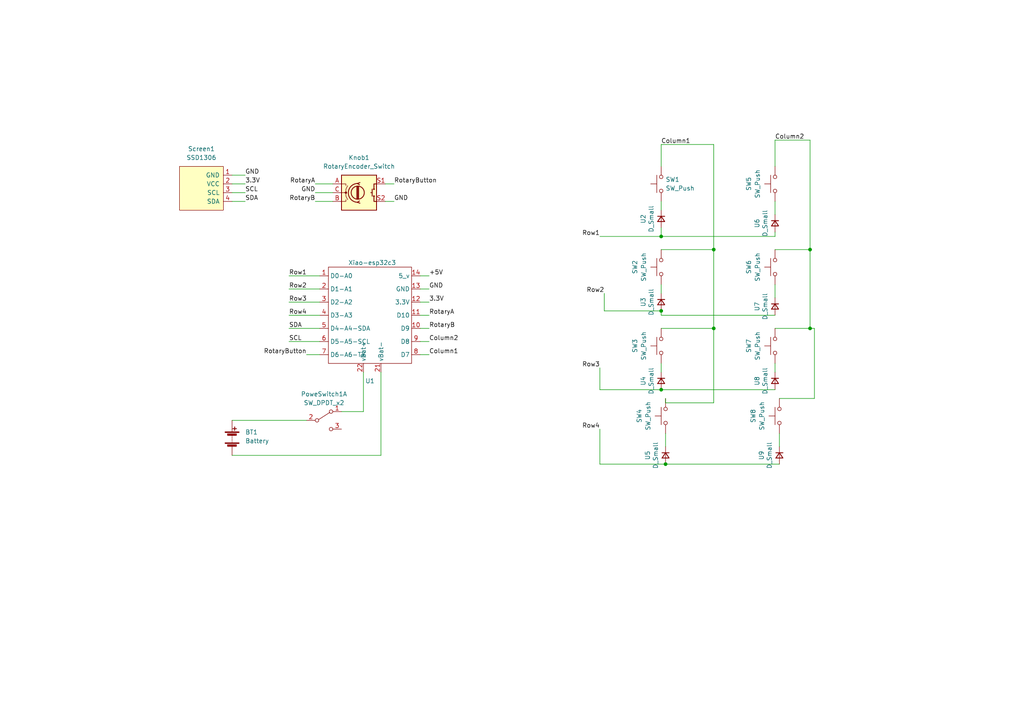
<source format=kicad_sch>
(kicad_sch (version 20230121) (generator eeschema)
  (paper "A4")
  (lib_symbols
    (symbol "Device:Battery" (pin_numbers hide) (pin_names (offset 0) hide)
      (property "Reference" "BT" (at 2.54 2.54 0))
      (property "Value" "Battery" (at 2.54 0 0))
      (symbol "Battery_0_1"
        (rectangle (start -2.032 -1.397) (end 2.032 -1.651) (fill (type outline)))
        (rectangle (start -2.032 1.778) (end 2.032 1.524) (fill (type outline)))
        (rectangle (start -1.3208 -1.9812) (end 1.27 -2.4892) (fill (type outline)))
        (rectangle (start -1.3208 1.1938) (end 1.27 0.6858) (fill (type outline)))
        (polyline (pts (xy 0 -1.524) (xy 0 -1.27)))
        (polyline (pts (xy 0 -1.016) (xy 0 -0.762)))
        (polyline (pts (xy 0 -0.508) (xy 0 -0.254)))
        (polyline (pts (xy 0 0) (xy 0 0.254)))
        (polyline (pts (xy 0 0.508) (xy 0 0.762)))
        (polyline (pts (xy 0 1.778) (xy 0 2.54)))
        (polyline (pts (xy 0.254 2.667) (xy 1.27 2.667)) (stroke (width 0.254)))
        (polyline (pts (xy 0.762 3.175) (xy 0.762 2.159)) (stroke (width 0.254)))
      )
      (symbol "Battery_1_1"
        (pin passive line (at 0 5.08 270) (length 2.54) (name "+") (number "1"))
        (pin passive line (at 0 -5.08 90) (length 2.54) (name "-") (number "2"))
      )
    )
    (symbol "Device:D_Small" (pin_numbers hide) (pin_names (offset 0.254) hide)
      (property "Reference" "D" (at -1.27 2.032 0))
      (property "Value" "D_Small" (at -3.81 -2.032 0))
      (symbol "D_Small_0_1"
        (polyline (pts (xy -0.762 -1.016) (xy -0.762 1.016)) (stroke (width 0.254)))
        (polyline (pts (xy -0.762 0) (xy 0.762 0)))
        (polyline (pts (xy 0.762 -1.016) (xy -0.762 0) (xy 0.762 1.016) (xy 0.762 -1.016)) (stroke (width 0.254)))
      )
      (symbol "D_Small_1_1"
        (pin passive line (at -2.54 0 0) (length 1.778) (name "K") (number "1"))
        (pin passive line (at 2.54 0 180) (length 1.778) (name "A") (number "2"))
      )
    )
    (symbol "Device:RotaryEncoder_Switch" (pin_names (offset 0.254) hide)
      (property "Reference" "SW" (at 0 6.604 0))
      (property "Value" "RotaryEncoder_Switch" (at 0 -6.604 0))
      (symbol "RotaryEncoder_Switch_0_1"
        (rectangle (start -5.08 5.08) (end 5.08 -5.08) (stroke (width 0.254)) (fill (type background)))
        (circle (center -3.81 0) (radius 0.254) (fill (type outline)))
        (circle (center -0.381 0) (radius 1.905) (stroke (width 0.254)))
        (arc (start -0.381 2.667) (mid -3.0988 -0.0635) (end -0.381 -2.794) (stroke (width 0.254)))
        (polyline (pts (xy -0.635 -1.778) (xy -0.635 1.778)) (stroke (width 0.254)))
        (polyline (pts (xy -0.381 -1.778) (xy -0.381 1.778)) (stroke (width 0.254)))
        (polyline (pts (xy -0.127 1.778) (xy -0.127 -1.778)) (stroke (width 0.254)))
        (polyline (pts (xy 3.81 0) (xy 3.429 0)) (stroke (width 0.254)))
        (polyline (pts (xy 3.81 1.016) (xy 3.81 -1.016)) (stroke (width 0.254)))
        (polyline (pts (xy -5.08 -2.54) (xy -3.81 -2.54) (xy -3.81 -2.032)))
        (polyline (pts (xy -5.08 2.54) (xy -3.81 2.54) (xy -3.81 2.032)))
        (polyline (pts (xy 0.254 -3.048) (xy -0.508 -2.794) (xy 0.127 -2.413)) (stroke (width 0.254)))
        (polyline (pts (xy 0.254 2.921) (xy -0.508 2.667) (xy 0.127 2.286)) (stroke (width 0.254)))
        (polyline (pts (xy 5.08 -2.54) (xy 4.318 -2.54) (xy 4.318 -1.016)) (stroke (width 0.254)))
        (polyline (pts (xy 5.08 2.54) (xy 4.318 2.54) (xy 4.318 1.016)) (stroke (width 0.254)))
        (polyline (pts (xy -5.08 0) (xy -3.81 0) (xy -3.81 -1.016) (xy -3.302 -2.032)))
        (polyline (pts (xy -4.318 0) (xy -3.81 0) (xy -3.81 1.016) (xy -3.302 2.032)))
        (circle (center 4.318 -1.016) (radius 0.127) (stroke (width 0.254)))
        (circle (center 4.318 1.016) (radius 0.127) (stroke (width 0.254)))
      )
      (symbol "RotaryEncoder_Switch_1_1"
        (pin passive line (at -7.62 2.54 0) (length 2.54) (name "A") (number "A"))
        (pin passive line (at -7.62 -2.54 0) (length 2.54) (name "B") (number "B"))
        (pin passive line (at -7.62 0 0) (length 2.54) (name "C") (number "C"))
        (pin passive line (at 7.62 2.54 180) (length 2.54) (name "S1") (number "S1"))
        (pin passive line (at 7.62 -2.54 180) (length 2.54) (name "S2") (number "S2"))
      )
    )
    (symbol "MySymbols:Xiao-esp32c3"
      (property "Reference" "U1" (at 0.635 -24.13 0))
      (property "Value" "Xiao-esp32c3" (at 1.27 10.16 0))
      (symbol "Xiao-esp32c3_0_1"
        (rectangle (start -11.43 8.89) (end 12.7 -19.05))
      )
      (symbol "Xiao-esp32c3_1_1"
        (pin output line (at -13.97 6.35 0) (length 2.54) (name "D0-A0") (number "1"))
        (pin output line (at 15.24 -8.89 180) (length 2.54) (name "D9") (number "10"))
        (pin output line (at 15.24 -5.08 180) (length 2.54) (name "D10") (number "11"))
        (pin power_out line (at 15.24 -1.27 180) (length 2.54) (name "3.3V") (number "12"))
        (pin power_in line (at 15.24 2.54 180) (length 2.54) (name "GND") (number "13"))
        (pin power_out line (at 15.24 6.35 180) (length 2.54) (name "5_v") (number "14"))
        (pin output line (at -13.97 2.54 0) (length 2.54) (name "D1-A1") (number "2"))
        (pin power_out line (at 3.81 -21.59 90) (length 2.54) (name "vBat-") (number "21"))
        (pin power_in line (at -1.27 -21.59 90) (length 2.54) (name "vBat+") (number "22"))
        (pin output line (at -13.97 -1.27 0) (length 2.54) (name "D2-A2") (number "3"))
        (pin output line (at -13.97 -5.08 0) (length 2.54) (name "D3-A3") (number "4"))
        (pin output line (at -13.97 -8.89 0) (length 2.54) (name "D4-A4-SDA") (number "5"))
        (pin output line (at -13.97 -12.7 0) (length 2.54) (name "D5-A5-SCL") (number "6"))
        (pin output line (at -13.97 -16.51 0) (length 2.54) (name "D6-A6-TX") (number "7"))
        (pin output line (at 15.24 -16.51 180) (length 2.54) (name "D7") (number "8"))
        (pin output line (at 15.24 -12.7 180) (length 2.54) (name "D8") (number "9"))
      )
    )
    (symbol "SSD1306-128x64_OLED:SSD1306" (pin_names (offset 1.016))
      (property "Reference" "Brd" (at 0 -3.81 0))
      (property "Value" "SSD1306" (at 0 -1.27 0))
      (symbol "SSD1306_0_1"
        (rectangle (start -6.35 6.35) (end 6.35 -6.35) (fill (type background)))
      )
      (symbol "SSD1306_1_1"
        (pin input line (at -3.81 8.89 270) (length 2.54) (name "GND") (number "1"))
        (pin input line (at -1.27 8.89 270) (length 2.54) (name "VCC") (number "2"))
        (pin input line (at 1.27 8.89 270) (length 2.54) (name "SCL") (number "3"))
        (pin input line (at 3.81 8.89 270) (length 2.54) (name "SDA") (number "4"))
      )
    )
    (symbol "Switch:SW_DPDT_x2" (pin_names (offset 0) hide)
      (property "Reference" "SW" (at 0 4.318 0))
      (property "Value" "SW_DPDT_x2" (at 0 -5.08 0))
      (symbol "SW_DPDT_x2_0_0"
        (circle (center -2.032 0) (radius 0.508))
        (circle (center 2.032 -2.54) (radius 0.508))
      )
      (symbol "SW_DPDT_x2_0_1"
        (polyline (pts (xy -1.524 0.254) (xy 1.651 2.286)))
        (circle (center 2.032 2.54) (radius 0.508))
      )
      (symbol "SW_DPDT_x2_1_1"
        (pin passive line (at 5.08 2.54 180) (length 2.54) (name "A") (number "1"))
        (pin passive line (at -5.08 0 0) (length 2.54) (name "B") (number "2"))
        (pin passive line (at 5.08 -2.54 180) (length 2.54) (name "C") (number "3"))
      )
      (symbol "SW_DPDT_x2_2_1"
        (pin passive line (at 5.08 2.54 180) (length 2.54) (name "A") (number "4"))
        (pin passive line (at -5.08 0 0) (length 2.54) (name "B") (number "5"))
        (pin passive line (at 5.08 -2.54 180) (length 2.54) (name "C") (number "6"))
      )
    )
    (symbol "Switch:SW_Push" (pin_numbers hide) (pin_names (offset 1.016) hide)
      (property "Reference" "SW" (at 1.27 2.54 0))
      (property "Value" "SW_Push" (at 0 -1.524 0))
      (symbol "SW_Push_0_1"
        (circle (center -2.032 0) (radius 0.508))
        (polyline (pts (xy 0 1.27) (xy 0 3.048)))
        (polyline (pts (xy 2.54 1.27) (xy -2.54 1.27)))
        (circle (center 2.032 0) (radius 0.508))
        (pin passive line (at -5.08 0 0) (length 2.54) (name "1") (number "1"))
        (pin passive line (at 5.08 0 180) (length 2.54) (name "2") (number "2"))
      )
    )
  )
  (junction (at 191.77 68.58))
  (junction (at 191.77 90.17))
  (junction (at 207.01 95.25))
  (junction (at 191.77 113.03))
  (junction (at 234.95 72.39))
  (junction (at 234.95 95.25))
  (junction (at 207.01 72.39))
  (junction (at 193.04 134.62))
  (wire (pts (xy 121.92 80.01) (xy 124.46 80.01)))
  (wire (pts (xy 91.44 53.34) (xy 96.52 53.34)))
  (wire (pts (xy 88.9 102.87) (xy 92.71 102.87)))
  (wire (pts (xy 83.82 87.63) (xy 92.71 87.63)))
  (wire (pts (xy 191.77 82.55) (xy 191.77 85.09)))
  (wire (pts (xy 207.01 95.25) (xy 207.01 116.84)))
  (wire (pts (xy 224.79 82.55) (xy 224.79 86.36)))
  (wire (pts (xy 121.92 83.82) (xy 124.46 83.82)))
  (wire (pts (xy 111.76 58.42) (xy 114.3 58.42)))
  (wire (pts (xy 236.22 115.57) (xy 226.06 115.57)))
  (wire (pts (xy 105.41 119.38) (xy 105.41 107.95)))
  (wire (pts (xy 234.95 40.64) (xy 234.95 72.39)))
  (wire (pts (xy 193.04 116.84) (xy 207.01 116.84)))
  (wire (pts (xy 121.92 99.06) (xy 124.46 99.06)))
  (wire (pts (xy 224.79 105.41) (xy 224.79 107.95)))
  (wire (pts (xy 207.01 41.91) (xy 191.77 41.91)))
  (wire (pts (xy 175.26 90.17) (xy 175.26 85.09)))
  (wire (pts (xy 173.99 68.58) (xy 191.77 68.58)))
  (wire (pts (xy 191.77 68.58) (xy 224.79 68.58)))
  (wire (pts (xy 67.31 55.88) (xy 71.12 55.88)))
  (wire (pts (xy 236.22 95.25) (xy 234.95 95.25)))
  (wire (pts (xy 121.92 87.63) (xy 124.46 87.63)))
  (wire (pts (xy 91.44 55.88) (xy 96.52 55.88)))
  (wire (pts (xy 83.82 95.25) (xy 92.71 95.25)))
  (wire (pts (xy 173.99 134.62) (xy 193.04 134.62)))
  (wire (pts (xy 67.31 50.8) (xy 71.12 50.8)))
  (wire (pts (xy 224.79 91.44) (xy 191.77 91.44)))
  (wire (pts (xy 193.04 134.62) (xy 226.06 134.62)))
  (wire (pts (xy 83.82 80.01) (xy 92.71 80.01)))
  (wire (pts (xy 191.77 58.42) (xy 191.77 60.96)))
  (wire (pts (xy 121.92 91.44) (xy 124.46 91.44)))
  (wire (pts (xy 91.44 58.42) (xy 96.52 58.42)))
  (wire (pts (xy 224.79 67.31) (xy 224.79 68.58)))
  (wire (pts (xy 224.79 40.64) (xy 224.79 48.26)))
  (wire (pts (xy 173.99 113.03) (xy 173.99 106.68)))
  (wire (pts (xy 110.49 132.08) (xy 67.31 132.08)))
  (wire (pts (xy 193.04 125.73) (xy 193.04 129.54)))
  (wire (pts (xy 173.99 124.46) (xy 173.99 134.62)))
  (wire (pts (xy 191.77 113.03) (xy 224.79 113.03)))
  (wire (pts (xy 234.95 72.39) (xy 234.95 95.25)))
  (wire (pts (xy 224.79 95.25) (xy 234.95 95.25)))
  (wire (pts (xy 99.06 119.38) (xy 105.41 119.38)))
  (wire (pts (xy 121.92 102.87) (xy 124.46 102.87)))
  (wire (pts (xy 111.76 53.34) (xy 114.3 53.34)))
  (wire (pts (xy 67.31 58.42) (xy 71.12 58.42)))
  (wire (pts (xy 207.01 72.39) (xy 207.01 41.91)))
  (wire (pts (xy 191.77 95.25) (xy 207.01 95.25)))
  (wire (pts (xy 67.31 121.92) (xy 88.9 121.92)))
  (wire (pts (xy 110.49 107.95) (xy 110.49 132.08)))
  (wire (pts (xy 191.77 91.44) (xy 191.77 90.17)))
  (wire (pts (xy 191.77 105.41) (xy 191.77 107.95)))
  (wire (pts (xy 83.82 99.06) (xy 92.71 99.06)))
  (wire (pts (xy 193.04 115.57) (xy 193.04 116.84)))
  (wire (pts (xy 67.31 53.34) (xy 71.12 53.34)))
  (wire (pts (xy 191.77 41.91) (xy 191.77 48.26)))
  (wire (pts (xy 121.92 95.25) (xy 124.46 95.25)))
  (wire (pts (xy 83.82 83.82) (xy 92.71 83.82)))
  (wire (pts (xy 236.22 95.25) (xy 236.22 115.57)))
  (wire (pts (xy 191.77 68.58) (xy 191.77 66.04)))
  (wire (pts (xy 224.79 58.42) (xy 224.79 62.23)))
  (wire (pts (xy 224.79 72.39) (xy 234.95 72.39)))
  (wire (pts (xy 207.01 72.39) (xy 207.01 95.25)))
  (wire (pts (xy 191.77 90.17) (xy 175.26 90.17)))
  (wire (pts (xy 83.82 91.44) (xy 92.71 91.44)))
  (wire (pts (xy 226.06 125.73) (xy 226.06 129.54)))
  (wire (pts (xy 173.99 113.03) (xy 191.77 113.03)))
  (wire (pts (xy 191.77 72.39) (xy 207.01 72.39)))
  (wire (pts (xy 224.79 40.64) (xy 234.95 40.64)))
  (label "Row3" (at 83.82 87.63 0))
  (label "Column2" (at 124.46 99.06 0))
  (label "Row4" (at 173.99 124.46 180))
  (label "SDA" (at 83.82 95.25 0))
  (label "SCL" (at 71.12 55.88 0))
  (label "RotaryA" (at 91.44 53.34 180))
  (label "Column1" (at 191.77 41.91 0))
  (label "GND" (at 124.46 83.82 0))
  (label "GND" (at 114.3 58.42 0))
  (label "Row3" (at 173.99 106.68 180))
  (label "+5V" (at 124.46 80.01 0))
  (label "GND" (at 71.12 50.8 0))
  (label "3.3V" (at 124.46 87.63 0))
  (label "Row2" (at 83.82 83.82 0))
  (label "RotaryButton" (at 88.9 102.87 180))
  (label "Row2" (at 175.26 85.09 180))
  (label "Column1" (at 124.46 102.87 0))
  (label "RotaryButton" (at 114.3 53.34 0))
  (label "Column2" (at 224.79 40.64 0))
  (label "Row1" (at 173.99 68.58 180))
  (label "Row1" (at 83.82 80.01 0))
  (label "SCL" (at 83.82 99.06 0))
  (label "RotaryB" (at 124.46 95.25 0))
  (label "GND" (at 91.44 55.88 180))
  (label "SDA" (at 71.12 58.42 0))
  (label "RotaryB" (at 91.44 58.42 180))
  (label "3.3V" (at 71.12 53.34 0))
  (label "RotaryA" (at 124.46 91.44 0))
  (label "Row4" (at 83.82 91.44 0))
  (symbol (lib_id "Device:D_Small") (at 191.77 63.5 270) (unit 1)
    (property "Reference" "U2" (at 186.563 63.5 0))
    (property "Value" "D_Small" (at 188.8744 63.5 0))
    (property "Footprint" "Diode_THT:D_DO-35_SOD27_P7.62mm_Horizontal" (effects hide))
  )
  (symbol (lib_id "Switch:SW_DPDT_x2") (at 93.98 121.92 0) (unit 1)
    (property "Reference" "PoweSwitch1" (at 93.98 114.3 0))
    (property "Value" "SW_DPDT_x2" (at 93.98 116.84 0))
    (property "Footprint" "Assorted parts:SLIDE-SWITCH" (effects hide))
  )
  (symbol (lib_id "SSD1306-128x64_OLED:SSD1306") (at 58.42 54.61 270) (unit 1)
    (property "Reference" "Screen1" (at 58.42 43.18 90))
    (property "Value" "SSD1306" (at 58.42 45.72 90))
    (property "Footprint" "SSD1306:128x64OLED" (effects hide))
  )
  (symbol (lib_id "Device:Battery") (at 67.31 127 0) (unit 1)
    (property "Reference" "BT1" (at 71.12 125.3489 0) (effects (justify left)))
    (property "Value" "Battery" (at 71.12 127.8889 0) (effects (justify left)))
    (property "Footprint" "Battery:Battery_Panasonic_CR1025-VSK_Vertical_CircularHoles" (effects hide))
  )
  (symbol (lib_id "MySymbols:Xiao-esp32c3") (at 106.68 86.36 0) (unit 1)
    (property "Reference" "U1" (at 107.315 110.49 0))
    (property "Value" "Xiao-esp32c3" (at 107.95 76.2 0))
    (property "Footprint" "Shogi:Seeeduino_XIAO-MOUDLE14P-2.54-21X17.8MM" (effects hide))
  )
  (symbol (lib_id "Switch:SW_Push") (at 224.79 77.47 90) (unit 1)
    (property "Reference" "SW6" (at 217.17 77.47 0))
    (property "Value" "SW_Push" (at 219.71 77.47 0))
    (property "Footprint" "Button_Switch_Keyboard:SW_Cherry_MX_1.00u_PCB" (effects hide))
  )
  (symbol (lib_id "Switch:SW_Push") (at 191.77 77.47 90) (unit 1)
    (property "Reference" "SW2" (at 184.15 77.47 0))
    (property "Value" "SW_Push" (at 186.69 77.47 0))
    (property "Footprint" "Button_Switch_Keyboard:SW_Cherry_MX_1.00u_PCB" (effects hide))
  )
  (symbol (lib_id "Switch:SW_Push") (at 226.06 120.65 90) (unit 1)
    (property "Reference" "SW8" (at 218.44 120.65 0))
    (property "Value" "SW_Push" (at 220.98 120.65 0))
    (property "Footprint" "Button_Switch_Keyboard:SW_Cherry_MX_1.00u_PCB" (effects hide))
  )
  (symbol (lib_id "Switch:SW_Push") (at 191.77 100.33 90) (unit 1)
    (property "Reference" "SW3" (at 184.15 100.33 0))
    (property "Value" "SW_Push" (at 186.69 100.33 0))
    (property "Footprint" "Button_Switch_Keyboard:SW_Cherry_MX_1.00u_PCB" (effects hide))
  )
  (symbol (lib_id "Switch:SW_Push") (at 224.79 53.34 90) (unit 1)
    (property "Reference" "SW5" (at 217.17 53.34 0))
    (property "Value" "SW_Push" (at 219.71 53.34 0))
    (property "Footprint" "Button_Switch_Keyboard:SW_Cherry_MX_1.00u_PCB" (effects hide))
  )
  (symbol (lib_id "Device:D_Small") (at 193.04 132.08 270) (unit 1)
    (property "Reference" "U5" (at 187.833 132.08 0))
    (property "Value" "D_Small" (at 190.1444 132.08 0))
    (property "Footprint" "Diode_THT:D_DO-35_SOD27_P7.62mm_Horizontal" (effects hide))
  )
  (symbol (lib_id "Device:D_Small") (at 224.79 88.9 270) (unit 1)
    (property "Reference" "U7" (at 219.583 88.9 0))
    (property "Value" "D_Small" (at 221.8944 88.9 0))
    (property "Footprint" "Diode_THT:D_DO-35_SOD27_P7.62mm_Horizontal" (effects hide))
  )
  (symbol (lib_id "Switch:SW_Push") (at 193.04 120.65 90) (unit 1)
    (property "Reference" "SW4" (at 185.42 120.65 0))
    (property "Value" "SW_Push" (at 187.96 120.65 0))
    (property "Footprint" "Button_Switch_Keyboard:SW_Cherry_MX_1.00u_PCB" (effects hide))
  )
  (symbol (lib_id "Device:D_Small") (at 224.79 64.77 270) (unit 1)
    (property "Reference" "U6" (at 219.583 64.77 0))
    (property "Value" "D_Small" (at 221.8944 64.77 0))
    (property "Footprint" "Diode_THT:D_DO-35_SOD27_P7.62mm_Horizontal" (effects hide))
  )
  (symbol (lib_id "Device:RotaryEncoder_Switch") (at 104.14 55.88 0) (unit 1)
    (property "Reference" "Knob1" (at 104.14 45.72 0))
    (property "Value" "RotaryEncoder_Switch" (at 104.14 48.26 0))
    (property "Footprint" "Rotary_Encoder:RotaryEncoder_Alps_EC11E-Switch_Vertical_H20mm" (effects hide))
  )
  (symbol (lib_id "Device:D_Small") (at 191.77 110.49 270) (unit 1)
    (property "Reference" "U4" (at 186.563 110.49 0))
    (property "Value" "D_Small" (at 188.8744 110.49 0))
    (property "Footprint" "Diode_THT:D_DO-35_SOD27_P7.62mm_Horizontal" (effects hide))
  )
  (symbol (lib_id "Device:D_Small") (at 191.77 87.63 270) (unit 1)
    (property "Reference" "U3" (at 186.563 87.63 0))
    (property "Value" "D_Small" (at 188.8744 87.63 0))
    (property "Footprint" "Diode_THT:D_DO-35_SOD27_P7.62mm_Horizontal" (effects hide))
  )
  (symbol (lib_id "Switch:SW_Push") (at 191.77 53.34 90) (unit 1)
    (property "Reference" "SW1" (at 193.04 52.0699 90) (effects (justify right)))
    (property "Value" "SW_Push" (at 193.04 54.6099 90) (effects (justify right)))
    (property "Footprint" "Button_Switch_Keyboard:SW_Cherry_MX_1.00u_PCB" (effects hide))
  )
  (symbol (lib_id "Device:D_Small") (at 226.06 132.08 270) (unit 1)
    (property "Reference" "U9" (at 220.853 132.08 0))
    (property "Value" "D_Small" (at 223.1644 132.08 0))
    (property "Footprint" "Diode_THT:D_DO-35_SOD27_P7.62mm_Horizontal" (effects hide))
  )
  (symbol (lib_id "Switch:SW_Push") (at 224.79 100.33 90) (unit 1)
    (property "Reference" "SW7" (at 217.17 100.33 0))
    (property "Value" "SW_Push" (at 219.71 100.33 0))
    (property "Footprint" "Button_Switch_Keyboard:SW_Cherry_MX_1.00u_PCB" (effects hide))
  )
  (symbol (lib_id "Device:D_Small") (at 224.79 110.49 270) (unit 1)
    (property "Reference" "U8" (at 219.583 110.49 0))
    (property "Value" "D_Small" (at 221.8944 110.49 0))
    (property "Footprint" "Diode_THT:D_DO-35_SOD27_P7.62mm_Horizontal" (effects hide))
  )
)
</source>
